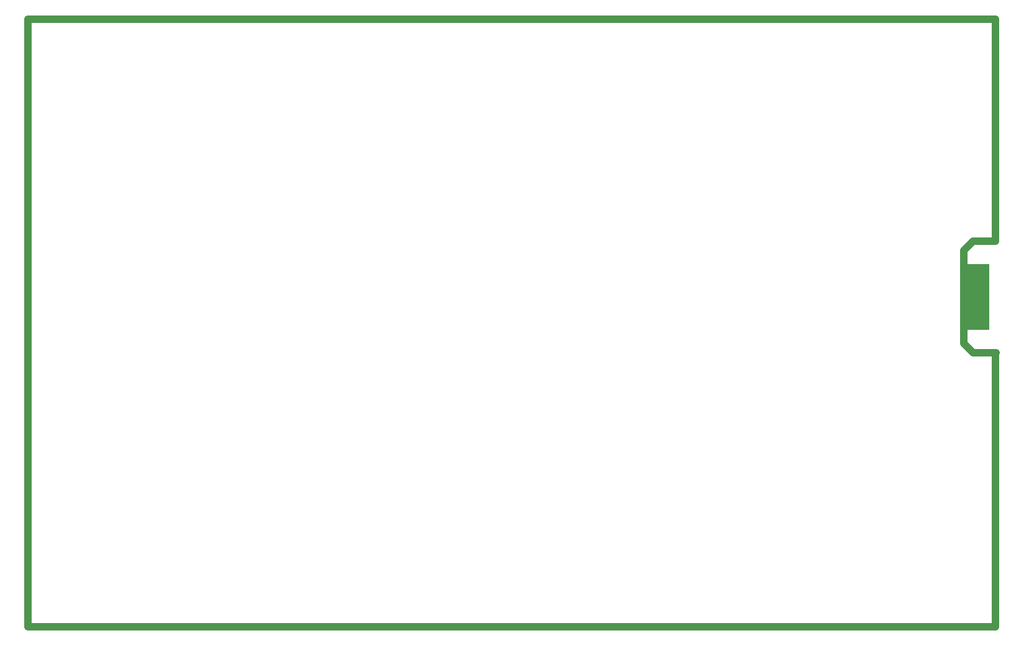
<source format=gko>
G04*
G04 #@! TF.GenerationSoftware,Altium Limited,Altium Designer,20.0.13 (296)*
G04*
G04 Layer_Color=16711935*
%FSAX24Y24*%
%MOIN*%
G70*
G01*
G75*
%ADD120C,0.0394*%
%ADD137R,0.1575X0.3543*%
D120*
X051968Y020750D02*
Y032646D01*
Y000000D02*
Y014719D01*
X050750Y020750D02*
X051968D01*
X050250Y020250D02*
X050750Y020750D01*
X050250Y015250D02*
Y020250D01*
Y015250D02*
X050750Y014750D01*
X052000D01*
X000000Y000000D02*
Y032677D01*
X051968D01*
X000000Y000000D02*
X051968D01*
D137*
X050852Y017728D02*
D03*
M02*

</source>
